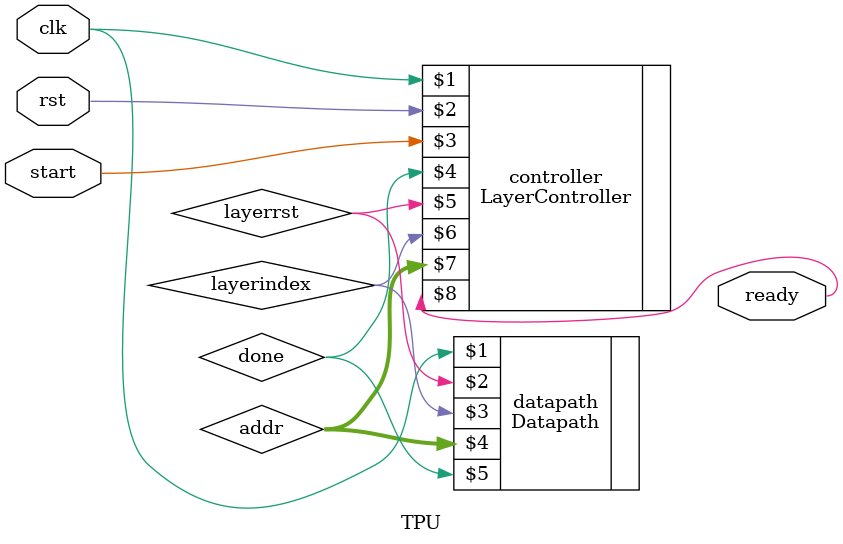
<source format=v>
module TPU (clk, rst, start, ready);
    input clk, rst, start;
    output ready;

    wire layerrst, done;
    wire [0:0] layerindex;
    wire [2:0] addr;
    LayerController #(2, 1, 3) controller(clk, rst, start, done, layerrst, layerindex, addr, ready);
    Datapath datapath(clk, layerrst, layerindex, addr, done);
endmodule
</source>
